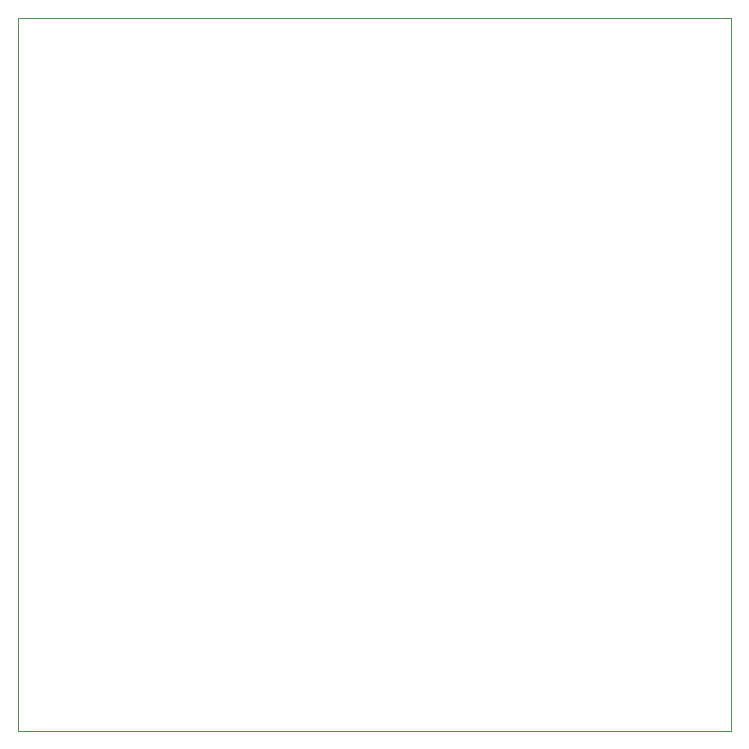
<source format=gbr>
%TF.GenerationSoftware,KiCad,Pcbnew,9.0.3*%
%TF.CreationDate,2025-07-28T22:58:47-04:00*%
%TF.ProjectId,9kMacroPCB,396b4d61-6372-46f5-9043-422e6b696361,rev?*%
%TF.SameCoordinates,Original*%
%TF.FileFunction,Profile,NP*%
%FSLAX46Y46*%
G04 Gerber Fmt 4.6, Leading zero omitted, Abs format (unit mm)*
G04 Created by KiCad (PCBNEW 9.0.3) date 2025-07-28 22:58:47*
%MOMM*%
%LPD*%
G01*
G04 APERTURE LIST*
%TA.AperFunction,Profile*%
%ADD10C,0.050000*%
%TD*%
G04 APERTURE END LIST*
D10*
X114300000Y-39687500D02*
X174625000Y-39687500D01*
X174625000Y-39687500D02*
X174625000Y-100012500D01*
X174625000Y-100012500D02*
X114300000Y-100012500D01*
X114300000Y-100012500D02*
X114300000Y-39687500D01*
M02*

</source>
